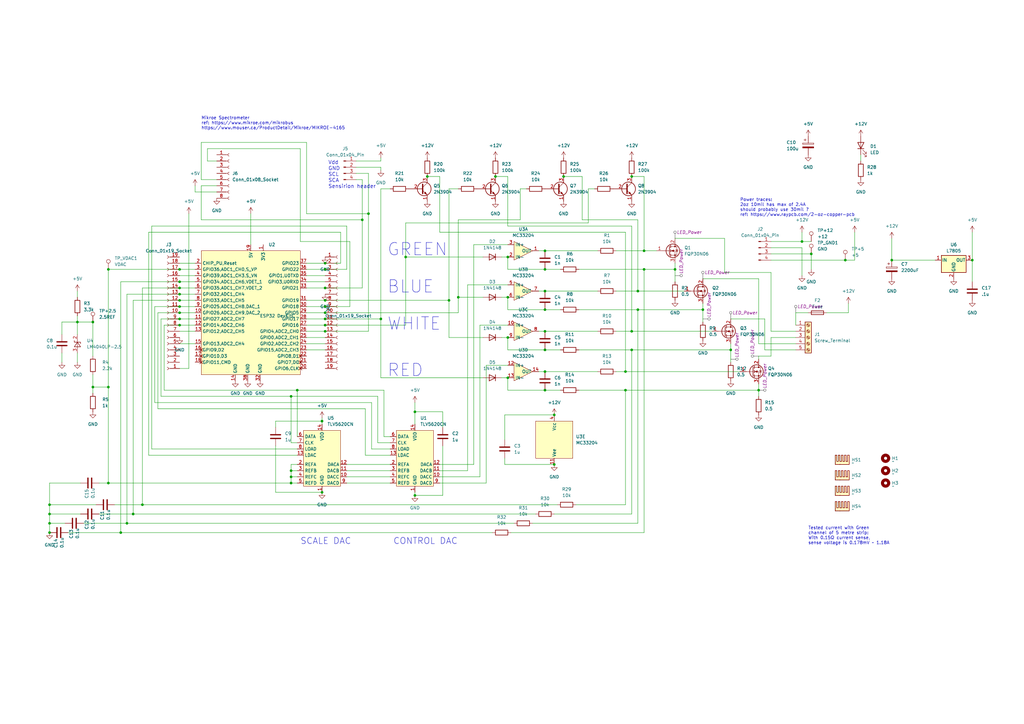
<source format=kicad_sch>
(kicad_sch (version 20230121) (generator eeschema)
  (paper "A3")
  (bus_alias "" (members))
  (junction (at 58.42 207.01))
  (junction (at 44.45 158.75))
  (junction (at 208.28 105.41))
  (junction (at 31.75 132.08))
  (junction (at 398.78 106.68))
  (junction (at 261.62 119.38))
  (junction (at 73.66 118.11))
  (junction (at 73.66 120.65))
  (junction (at 133.35 135.89))
  (junction (at 328.93 99.06))
  (junction (at 227.33 170.18))
  (junction (at 227.33 190.5))
  (junction (at 208.28 138.43))
  (junction (at 73.66 133.35))
  (junction (at 259.08 135.89))
  (junction (at 365.76 106.68))
  (junction (at 119.38 198.12))
  (junction (at 170.18 203.2))
  (junction (at 223.52 143.51))
  (junction (at 223.52 102.87))
  (junction (at 20.32 207.01))
  (junction (at 223.52 110.49))
  (junction (at 133.35 110.49))
  (junction (at 223.52 160.02))
  (junction (at 208.28 154.94))
  (junction (at 299.72 143.51))
  (junction (at 148.59 90.17))
  (junction (at 264.16 102.87))
  (junction (at 54.61 210.82))
  (junction (at 261.62 127))
  (junction (at 132.08 172.72))
  (junction (at 223.52 152.4))
  (junction (at 133.35 123.19))
  (junction (at 166.37 105.41))
  (junction (at 20.32 214.63))
  (junction (at 208.28 121.92))
  (junction (at 73.66 128.27))
  (junction (at 346.71 106.68))
  (junction (at 187.96 121.92))
  (junction (at 44.45 198.12))
  (junction (at 332.74 104.14))
  (junction (at 49.53 218.44))
  (junction (at 133.35 133.35))
  (junction (at 20.32 218.44))
  (junction (at 223.52 119.38))
  (junction (at 156.21 130.81))
  (junction (at 184.15 123.19))
  (junction (at 170.18 168.91))
  (junction (at 121.92 160.02))
  (junction (at 73.66 123.19))
  (junction (at 133.35 125.73))
  (junction (at 288.29 127))
  (junction (at 231.14 72.39))
  (junction (at 44.45 110.49))
  (junction (at 223.52 135.89))
  (junction (at 175.26 72.39))
  (junction (at 73.66 125.73))
  (junction (at 259.08 72.39))
  (junction (at 133.35 128.27))
  (junction (at 73.66 110.49))
  (junction (at 52.07 214.63))
  (junction (at 132.08 201.93))
  (junction (at 20.32 210.82))
  (junction (at 73.66 130.81))
  (junction (at 133.35 130.81))
  (junction (at 119.38 162.56))
  (junction (at 73.66 115.57))
  (junction (at 119.38 193.04))
  (junction (at 203.2 72.39))
  (junction (at 119.38 195.58))
  (junction (at 133.35 107.95))
  (junction (at 264.16 110.49))
  (junction (at 256.54 152.4))
  (junction (at 133.35 118.11))
  (junction (at 259.08 143.51))
  (junction (at 38.1 158.75))
  (junction (at 223.52 127))
  (junction (at 38.1 132.08))
  (junction (at 151.13 87.63))
  (junction (at 311.15 160.02))
  (junction (at 276.86 110.49))
  (junction (at 256.54 160.02))
  (wire (pts (xy 288.29 114.3) (xy 311.15 114.3)))
  (wire (pts (xy 125.73 113.03) (xy 133.35 113.03)))
  (wire (pts (xy 31.75 132.08) (xy 31.75 137.16)))
  (wire (pts (xy 223.52 152.4) (xy 245.11 152.4)))
  (wire (pts (xy 218.44 214.63) (xy 261.62 214.63)))
  (wire (pts (xy 199.39 149.86) (xy 208.28 149.86)))
  (wire (pts (xy 133.35 133.35) (xy 166.37 133.35)))
  (wire (pts (xy 85.09 66.04) (xy 85.09 60.96)))
  (wire (pts (xy 316.23 104.14) (xy 332.74 104.14)))
  (wire (pts (xy 73.66 118.11) (xy 80.01 118.11)))
  (wire (pts (xy 194.31 100.33) (xy 208.28 100.33)))
  (wire (pts (xy 191.77 116.84) (xy 208.28 116.84)))
  (wire (pts (xy 207.01 190.5) (xy 227.33 190.5)))
  (wire (pts (xy 142.24 193.04) (xy 160.02 193.04)))
  (wire (pts (xy 297.18 111.76) (xy 316.23 111.76)))
  (wire (pts (xy 119.38 195.58) (xy 121.92 195.58)))
  (wire (pts (xy 63.5 165.1) (xy 152.4 165.1)))
  (wire (pts (xy 297.18 97.79) (xy 297.18 111.76)))
  (wire (pts (xy 241.3 91.44) (xy 166.37 91.44)))
  (wire (pts (xy 220.98 152.4) (xy 223.52 152.4)))
  (wire (pts (xy 157.48 179.07) (xy 160.02 179.07)))
  (wire (pts (xy 31.75 132.08) (xy 25.4 132.08)))
  (wire (pts (xy 237.49 127) (xy 261.62 127)))
  (wire (pts (xy 398.78 106.68) (xy 398.78 115.57)))
  (wire (pts (xy 73.66 107.95) (xy 80.01 107.95)))
  (wire (pts (xy 256.54 152.4) (xy 303.53 152.4)))
  (wire (pts (xy 119.38 198.12) (xy 121.92 198.12)))
  (wire (pts (xy 227.33 170.18) (xy 207.01 170.18)))
  (wire (pts (xy 276.86 107.95) (xy 276.86 110.49)))
  (wire (pts (xy 146.05 68.58) (xy 156.21 68.58)))
  (wire (pts (xy 143.51 99.06) (xy 143.51 125.73)))
  (wire (pts (xy 238.76 72.39) (xy 238.76 90.17)))
  (wire (pts (xy 170.18 203.2) (xy 181.61 203.2)))
  (wire (pts (xy 73.66 135.89) (xy 80.01 135.89)))
  (wire (pts (xy 154.94 181.61) (xy 160.02 181.61)))
  (wire (pts (xy 208.28 72.39) (xy 208.28 92.71)))
  (wire (pts (xy 125.73 143.51) (xy 133.35 143.51)))
  (wire (pts (xy 252.73 152.4) (xy 256.54 152.4)))
  (wire (pts (xy 142.24 195.58) (xy 160.02 195.58)))
  (wire (pts (xy 133.35 128.27) (xy 187.96 128.27)))
  (wire (pts (xy 119.38 162.56) (xy 154.94 162.56)))
  (wire (pts (xy 34.29 214.63) (xy 52.07 214.63)))
  (wire (pts (xy 20.32 214.63) (xy 26.67 214.63)))
  (wire (pts (xy 220.98 102.87) (xy 223.52 102.87)))
  (wire (pts (xy 156.21 77.47) (xy 156.21 130.81)))
  (wire (pts (xy 208.28 127) (xy 223.52 127)))
  (wire (pts (xy 31.75 119.38) (xy 31.75 121.92)))
  (wire (pts (xy 241.3 77.47) (xy 243.84 77.47)))
  (wire (pts (xy 67.31 160.02) (xy 67.31 133.35)))
  (wire (pts (xy 58.42 207.01) (xy 228.6 207.01)))
  (wire (pts (xy 194.31 190.5) (xy 180.34 190.5)))
  (wire (pts (xy 199.39 149.86) (xy 199.39 198.12)))
  (wire (pts (xy 44.45 198.12) (xy 119.38 198.12)))
  (wire (pts (xy 288.29 124.46) (xy 288.29 127)))
  (wire (pts (xy 152.4 165.1) (xy 152.4 184.15)))
  (wire (pts (xy 205.74 154.94) (xy 208.28 154.94)))
  (wire (pts (xy 119.38 193.04) (xy 119.38 190.5)))
  (wire (pts (xy 156.21 68.58) (xy 156.21 69.85)))
  (wire (pts (xy 184.15 138.43) (xy 198.12 138.43)))
  (wire (pts (xy 256.54 95.25) (xy 256.54 152.4)))
  (wire (pts (xy 44.45 110.49) (xy 73.66 110.49)))
  (wire (pts (xy 208.28 154.94) (xy 208.28 160.02)))
  (wire (pts (xy 38.1 158.75) (xy 38.1 161.29)))
  (wire (pts (xy 241.3 77.47) (xy 241.3 91.44)))
  (wire (pts (xy 123.19 60.96) (xy 123.19 99.06)))
  (wire (pts (xy 339.09 128.27) (xy 347.98 128.27)))
  (wire (pts (xy 256.54 160.02) (xy 311.15 160.02)))
  (wire (pts (xy 58.42 118.11) (xy 58.42 207.01)))
  (wire (pts (xy 73.66 113.03) (xy 80.01 113.03)))
  (wire (pts (xy 85.09 60.96) (xy 123.19 60.96)))
  (wire (pts (xy 133.35 107.95) (xy 139.7 107.95)))
  (wire (pts (xy 125.73 128.27) (xy 133.35 128.27)))
  (wire (pts (xy 151.13 71.12) (xy 151.13 87.63)))
  (wire (pts (xy 316.23 106.68) (xy 346.71 106.68)))
  (wire (pts (xy 149.86 186.69) (xy 160.02 186.69)))
  (wire (pts (xy 125.73 133.35) (xy 133.35 133.35)))
  (wire (pts (xy 199.39 198.12) (xy 180.34 198.12)))
  (wire (pts (xy 223.52 110.49) (xy 229.87 110.49)))
  (wire (pts (xy 121.92 181.61) (xy 119.38 181.61)))
  (wire (pts (xy 203.2 72.39) (xy 208.28 72.39)))
  (wire (pts (xy 187.96 90.17) (xy 213.36 90.17)))
  (wire (pts (xy 151.13 87.63) (xy 151.13 135.89)))
  (wire (pts (xy 166.37 105.41) (xy 198.12 105.41)))
  (wire (pts (xy 227.33 210.82) (xy 259.08 210.82)))
  (wire (pts (xy 311.15 146.05) (xy 316.23 146.05)))
  (wire (pts (xy 132.08 172.72) (xy 132.08 173.99)))
  (wire (pts (xy 149.86 167.64) (xy 149.86 186.69)))
  (wire (pts (xy 194.31 100.33) (xy 194.31 190.5)))
  (wire (pts (xy 123.19 99.06) (xy 143.51 99.06)))
  (wire (pts (xy 82.55 58.42) (xy 82.55 73.66)))
  (wire (pts (xy 332.74 104.14) (xy 332.74 110.49)))
  (wire (pts (xy 133.35 123.19) (xy 184.15 123.19)))
  (wire (pts (xy 58.42 118.11) (xy 73.66 118.11)))
  (wire (pts (xy 299.72 130.81) (xy 313.69 130.81)))
  (wire (pts (xy 252.73 102.87) (xy 264.16 102.87)))
  (wire (pts (xy 223.52 119.38) (xy 245.11 119.38)))
  (wire (pts (xy 113.03 172.72) (xy 132.08 172.72)))
  (wire (pts (xy 73.66 151.13) (xy 77.47 151.13)))
  (wire (pts (xy 80.01 76.2) (xy 80.01 78.74)))
  (wire (pts (xy 73.66 123.19) (xy 80.01 123.19)))
  (wire (pts (xy 46.99 207.01) (xy 58.42 207.01)))
  (wire (pts (xy 353.06 63.5) (xy 353.06 66.04)))
  (wire (pts (xy 326.39 140.97) (xy 311.15 140.97)))
  (wire (pts (xy 66.04 130.81) (xy 66.04 162.56)))
  (wire (pts (xy 125.73 130.81) (xy 133.35 130.81)))
  (wire (pts (xy 20.32 210.82) (xy 33.02 210.82)))
  (wire (pts (xy 196.85 133.35) (xy 208.28 133.35)))
  (wire (pts (xy 142.24 110.49) (xy 142.24 92.71)))
  (wire (pts (xy 207.01 170.18) (xy 207.01 180.34)))
  (wire (pts (xy 326.39 128.27) (xy 326.39 133.35)))
  (wire (pts (xy 64.77 167.64) (xy 64.77 128.27)))
  (wire (pts (xy 170.18 201.93) (xy 170.18 203.2)))
  (wire (pts (xy 223.52 102.87) (xy 245.11 102.87)))
  (wire (pts (xy 82.55 58.42) (xy 125.73 58.42)))
  (wire (pts (xy 44.45 158.75) (xy 44.45 198.12)))
  (wire (pts (xy 156.21 154.94) (xy 198.12 154.94)))
  (wire (pts (xy 311.15 146.05) (xy 311.15 147.32)))
  (wire (pts (xy 148.59 73.66) (xy 148.59 90.17)))
  (wire (pts (xy 66.04 130.81) (xy 73.66 130.81)))
  (wire (pts (xy 191.77 116.84) (xy 191.77 193.04)))
  (wire (pts (xy 64.77 128.27) (xy 73.66 128.27)))
  (wire (pts (xy 73.66 110.49) (xy 80.01 110.49)))
  (wire (pts (xy 121.92 160.02) (xy 157.48 160.02)))
  (wire (pts (xy 365.76 97.79) (xy 365.76 106.68)))
  (wire (pts (xy 73.66 125.73) (xy 80.01 125.73)))
  (wire (pts (xy 39.37 207.01) (xy 20.32 207.01)))
  (wire (pts (xy 208.28 138.43) (xy 208.28 143.51)))
  (wire (pts (xy 88.9 76.2) (xy 82.55 76.2)))
  (wire (pts (xy 328.93 99.06) (xy 332.74 99.06)))
  (wire (pts (xy 205.74 121.92) (xy 208.28 121.92)))
  (wire (pts (xy 121.92 184.15) (xy 62.23 184.15)))
  (wire (pts (xy 181.61 182.88) (xy 181.61 203.2)))
  (wire (pts (xy 125.73 140.97) (xy 133.35 140.97)))
  (wire (pts (xy 73.66 115.57) (xy 80.01 115.57)))
  (wire (pts (xy 181.61 168.91) (xy 181.61 175.26)))
  (wire (pts (xy 62.23 92.71) (xy 62.23 184.15)))
  (wire (pts (xy 316.23 99.06) (xy 328.93 99.06)))
  (wire (pts (xy 259.08 92.71) (xy 259.08 135.89)))
  (wire (pts (xy 219.71 210.82) (xy 54.61 210.82)))
  (wire (pts (xy 119.38 162.56) (xy 119.38 181.61)))
  (wire (pts (xy 299.72 143.51) (xy 299.72 148.59)))
  (wire (pts (xy 119.38 198.12) (xy 119.38 195.58)))
  (wire (pts (xy 316.23 135.89) (xy 326.39 135.89)))
  (wire (pts (xy 187.96 90.17) (xy 187.96 121.92)))
  (wire (pts (xy 213.36 77.47) (xy 213.36 90.17)))
  (wire (pts (xy 67.31 133.35) (xy 73.66 133.35)))
  (wire (pts (xy 113.03 172.72) (xy 113.03 175.26)))
  (wire (pts (xy 88.9 73.66) (xy 82.55 73.66)))
  (wire (pts (xy 31.75 129.54) (xy 31.75 132.08)))
  (wire (pts (xy 142.24 92.71) (xy 62.23 92.71)))
  (wire (pts (xy 208.28 143.51) (xy 223.52 143.51)))
  (wire (pts (xy 208.28 92.71) (xy 259.08 92.71)))
  (wire (pts (xy 20.32 198.12) (xy 20.32 207.01)))
  (wire (pts (xy 236.22 207.01) (xy 256.54 207.01)))
  (wire (pts (xy 350.52 95.25) (xy 350.52 106.68)))
  (wire (pts (xy 299.72 140.97) (xy 299.72 143.51)))
  (wire (pts (xy 66.04 162.56) (xy 119.38 162.56)))
  (wire (pts (xy 148.59 90.17) (xy 148.59 118.11)))
  (wire (pts (xy 133.35 130.81) (xy 156.21 130.81)))
  (wire (pts (xy 175.26 72.39) (xy 180.34 72.39)))
  (wire (pts (xy 156.21 64.77) (xy 156.21 66.04)))
  (wire (pts (xy 264.16 110.49) (xy 276.86 110.49)))
  (wire (pts (xy 82.55 90.17) (xy 148.59 90.17)))
  (wire (pts (xy 44.45 158.75) (xy 44.45 110.49)))
  (wire (pts (xy 49.53 115.57) (xy 49.53 218.44)))
  (wire (pts (xy 184.15 77.47) (xy 184.15 123.19)))
  (wire (pts (xy 125.73 110.49) (xy 133.35 110.49)))
  (wire (pts (xy 238.76 90.17) (xy 261.62 90.17)))
  (wire (pts (xy 264.16 110.49) (xy 264.16 218.44)))
  (wire (pts (xy 316.23 111.76) (xy 316.23 135.89)))
  (wire (pts (xy 223.52 127) (xy 229.87 127)))
  (wire (pts (xy 220.98 119.38) (xy 223.52 119.38)))
  (wire (pts (xy 276.86 97.79) (xy 297.18 97.79)))
  (wire (pts (xy 119.38 193.04) (xy 121.92 193.04)))
  (wire (pts (xy 259.08 143.51) (xy 259.08 210.82)))
  (wire (pts (xy 73.66 130.81) (xy 80.01 130.81)))
  (wire (pts (xy 184.15 123.19) (xy 184.15 138.43)))
  (wire (pts (xy 54.61 123.19) (xy 54.61 210.82)))
  (wire (pts (xy 187.96 121.92) (xy 187.96 128.27)))
  (wire (pts (xy 63.5 125.73) (xy 73.66 125.73)))
  (wire (pts (xy 207.01 187.96) (xy 207.01 190.5)))
  (wire (pts (xy 25.4 132.08) (xy 25.4 137.16)))
  (wire (pts (xy 54.61 123.19) (xy 73.66 123.19)))
  (wire (pts (xy 208.28 121.92) (xy 208.28 127)))
  (wire (pts (xy 20.32 210.82) (xy 20.32 214.63)))
  (wire (pts (xy 142.24 198.12) (xy 160.02 198.12)))
  (wire (pts (xy 252.73 119.38) (xy 261.62 119.38)))
  (wire (pts (xy 64.77 167.64) (xy 149.86 167.64)))
  (wire (pts (xy 326.39 143.51) (xy 313.69 143.51)))
  (wire (pts (xy 132.08 201.93) (xy 113.03 201.93)))
  (wire (pts (xy 82.55 76.2) (xy 82.55 90.17)))
  (wire (pts (xy 154.94 162.56) (xy 154.94 181.61)))
  (wire (pts (xy 208.28 105.41) (xy 208.28 110.49)))
  (wire (pts (xy 125.73 123.19) (xy 133.35 123.19)))
  (wire (pts (xy 63.5 125.73) (xy 63.5 165.1)))
  (wire (pts (xy 88.9 66.04) (xy 85.09 66.04)))
  (wire (pts (xy 259.08 143.51) (xy 299.72 143.51)))
  (wire (pts (xy 205.74 105.41) (xy 208.28 105.41)))
  (wire (pts (xy 121.92 160.02) (xy 121.92 179.07)))
  (wire (pts (xy 156.21 77.47) (xy 160.02 77.47)))
  (wire (pts (xy 125.73 115.57) (xy 133.35 115.57)))
  (wire (pts (xy 256.54 160.02) (xy 256.54 207.01)))
  (wire (pts (xy 133.35 110.49) (xy 142.24 110.49)))
  (wire (pts (xy 33.02 198.12) (xy 20.32 198.12)))
  (wire (pts (xy 80.01 78.74) (xy 88.9 78.74)))
  (wire (pts (xy 146.05 66.04) (xy 156.21 66.04)))
  (wire (pts (xy 264.16 72.39) (xy 264.16 102.87)))
  (wire (pts (xy 316.23 101.6) (xy 328.93 101.6)))
  (wire (pts (xy 132.08 171.45) (xy 132.08 172.72)))
  (wire (pts (xy 31.75 144.78) (xy 31.75 148.59)))
  (wire (pts (xy 125.73 118.11) (xy 133.35 118.11)))
  (wire (pts (xy 77.47 87.63) (xy 77.47 151.13)))
  (wire (pts (xy 31.75 132.08) (xy 38.1 132.08)))
  (wire (pts (xy 152.4 184.15) (xy 160.02 184.15)))
  (wire (pts (xy 311.15 160.02) (xy 311.15 162.56)))
  (wire (pts (xy 205.74 138.43) (xy 208.28 138.43)))
  (wire (pts (xy 60.96 186.69) (xy 121.92 186.69)))
  (wire (pts (xy 38.1 132.08) (xy 38.1 146.05)))
  (wire (pts (xy 383.54 106.68) (xy 365.76 106.68)))
  (wire (pts (xy 210.82 214.63) (xy 52.07 214.63)))
  (wire (pts (xy 261.62 127) (xy 261.62 214.63)))
  (wire (pts (xy 113.03 182.88) (xy 113.03 201.93)))
  (wire (pts (xy 237.49 160.02) (xy 256.54 160.02)))
  (wire (pts (xy 223.52 110.49) (xy 208.28 110.49)))
  (wire (pts (xy 213.36 77.47) (xy 215.9 77.47)))
  (wire (pts (xy 166.37 133.35) (xy 166.37 105.41)))
  (wire (pts (xy 125.73 58.42) (xy 125.73 87.63)))
  (wire (pts (xy 20.32 214.63) (xy 20.32 218.44)))
  (wire (pts (xy 316.23 138.43) (xy 316.23 146.05)))
  (wire (pts (xy 398.78 106.68) (xy 398.78 95.25)))
  (wire (pts (xy 170.18 168.91) (xy 170.18 173.99)))
  (wire (pts (xy 311.15 157.48) (xy 311.15 160.02)))
  (wire (pts (xy 60.96 95.25) (xy 60.96 186.69)))
  (wire (pts (xy 125.73 138.43) (xy 133.35 138.43)))
  (wire (pts (xy 38.1 153.67) (xy 38.1 158.75)))
  (wire (pts (xy 328.93 101.6) (xy 328.93 113.03)))
  (wire (pts (xy 187.96 121.92) (xy 198.12 121.92)))
  (wire (pts (xy 27.94 218.44) (xy 49.53 218.44)))
  (wire (pts (xy 313.69 143.51) (xy 313.69 130.81)))
  (wire (pts (xy 133.35 118.11) (xy 148.59 118.11)))
  (wire (pts (xy 259.08 135.89) (xy 292.1 135.89)))
  (wire (pts (xy 125.73 135.89) (xy 133.35 135.89)))
  (wire (pts (xy 146.05 71.12) (xy 151.13 71.12)))
  (wire (pts (xy 166.37 91.44) (xy 166.37 105.41)))
  (wire (pts (xy 44.45 198.12) (xy 40.64 198.12)))
  (wire (pts (xy 52.07 120.65) (xy 52.07 214.63)))
  (wire (pts (xy 139.7 95.25) (xy 60.96 95.25)))
  (wire (pts (xy 196.85 195.58) (xy 180.34 195.58)))
  (wire (pts (xy 52.07 120.65) (xy 73.66 120.65)))
  (wire (pts (xy 346.71 106.68) (xy 350.52 106.68)))
  (wire (pts (xy 73.66 120.65) (xy 80.01 120.65)))
  (wire (pts (xy 133.35 125.73) (xy 143.51 125.73)))
  (wire (pts (xy 237.49 143.51) (xy 259.08 143.51)))
  (wire (pts (xy 139.7 107.95) (xy 139.7 95.25)))
  (wire (pts (xy 231.14 72.39) (xy 238.76 72.39)))
  (wire (pts (xy 326.39 138.43) (xy 316.23 138.43)))
  (wire (pts (xy 73.66 140.97) (xy 80.01 140.97)))
  (wire (pts (xy 119.38 190.5) (xy 121.92 190.5)))
  (wire (pts (xy 125.73 107.95) (xy 133.35 107.95)))
  (wire (pts (xy 184.15 77.47) (xy 187.96 77.47)))
  (wire (pts (xy 328.93 95.25) (xy 328.93 99.06)))
  (wire (pts (xy 259.08 72.39) (xy 264.16 72.39)))
  (wire (pts (xy 261.62 127) (xy 288.29 127)))
  (wire (pts (xy 142.24 190.5) (xy 160.02 190.5)))
  (wire (pts (xy 67.31 160.02) (xy 121.92 160.02)))
  (wire (pts (xy 264.16 102.87) (xy 269.24 102.87)))
  (wire (pts (xy 119.38 195.58) (xy 119.38 193.04)))
  (wire (pts (xy 311.15 114.3) (xy 311.15 140.97)))
  (wire (pts (xy 288.29 127) (xy 288.29 132.08)))
  (wire (pts (xy 201.93 218.44) (xy 49.53 218.44)))
  (wire (pts (xy 223.52 135.89) (xy 245.11 135.89)))
  (wire (pts (xy 180.34 95.25) (xy 256.54 95.25)))
  (wire (pts (xy 73.66 128.27) (xy 80.01 128.27)))
  (wire (pts (xy 196.85 133.35) (xy 196.85 195.58)))
  (wire (pts (xy 261.62 90.17) (xy 261.62 119.38)))
  (wire (pts (xy 209.55 218.44) (xy 264.16 218.44)))
  (wire (pts (xy 208.28 160.02) (xy 223.52 160.02)))
  (wire (pts (xy 157.48 160.02) (xy 157.48 179.07)))
  (wire (pts (xy 220.98 135.89) (xy 223.52 135.89)))
  (wire (pts (xy 237.49 110.49) (xy 264.16 110.49)))
  (wire (pts (xy 125.73 87.63) (xy 151.13 87.63)))
  (wire (pts (xy 125.73 125.73) (xy 133.35 125.73)))
  (wire (pts (xy 170.18 168.91) (xy 181.61 168.91)))
  (wire (pts (xy 261.62 119.38) (xy 280.67 119.38)))
  (wire (pts (xy 223.52 143.51) (xy 229.87 143.51)))
  (wire (pts (xy 73.66 133.35) (xy 80.01 133.35)))
  (wire (pts (xy 180.34 72.39) (xy 180.34 95.25)))
  (wire (pts (xy 20.32 207.01) (xy 20.32 210.82)))
  (wire (pts (xy 49.53 115.57) (xy 73.66 115.57)))
  (wire (pts (xy 156.21 130.81) (xy 156.21 154.94)))
  (wire (pts (xy 170.18 165.1) (xy 170.18 168.91)))
  (wire (pts (xy 223.52 160.02) (xy 229.87 160.02)))
  (wire (pts (xy 252.73 135.89) (xy 259.08 135.89)))
  (wire (pts (xy 146.05 73.66) (xy 148.59 73.66)))
  (wire (pts (xy 133.35 135.89) (xy 151.13 135.89)))
  (wire (pts (xy 102.87 87.63) (xy 102.87 100.33)))
  (wire (pts (xy 326.39 128.27) (xy 331.47 128.27)))
  (wire (pts (xy 347.98 124.46) (xy 347.98 128.27)))
  (wire (pts (xy 25.4 144.78) (xy 25.4 148.59)))
  (wire (pts (xy 191.77 193.04) (xy 180.34 193.04)))
  (wire (pts (xy 40.64 210.82) (xy 54.61 210.82)))
  (wire (pts (xy 38.1 158.75) (xy 44.45 158.75)))
  (wire (pts (xy 276.86 110.49) (xy 276.86 115.57)))
  (text "Tested current with Green\nchannel of 5 metre strip:\nWith 0.15Ω current sense,\nsense voltage is 0.178mV ~ 1.18A" (at 331.47 223.52 0) (effects (font (size 1.27 1.27)) (justify left bottom)))
  (text "WHITE\n" (at 158.75 135.89 0) (effects (font (size 5.08 5.08)) (justify left bottom)))
  (text "SCALE DAC		" (at 123.19 223.52 0) (effects (font (size 2.54 2.54)) (justify left bottom)))
  (text "BLUE\n" (at 158.75 120.65 0) (effects (font (size 5.08 5.08)) (justify left bottom)))
  (text "CONTROL DAC		" (at 161.29 223.52 0) (effects (font (size 2.54 2.54)) (justify left bottom)))
  (text "GREEN" (at 158.75 105.41 0) (effects (font (size 5.08 5.08)) (justify left bottom)))
  (text "Vdd\nGND\nSCL\nSCA\nSensirion header" (at 134.62 77.47 0) (effects (font (size 1.524 1.524)) (justify left bottom)))
  (text "RED" (at 158.75 154.94 0) (effects (font (size 5.08 5.08)) (justify left bottom)))
  (text "Mikroe Spectrometer\nref: https://www.mikroe.com/mikrobus\nhttps://www.mouser.ca/ProductDetail/Mikroe/MIKROE-4165" (at 82.55 53.34 0) (effects (font (size 1.27 1.27)) (justify left bottom)))
  (text "Power traces: \n2oz 10mil has max of 2.4A\nshould probably use 30mil ?\nref: https://www.raypcb.com/2-oz-copper-pcb" (at 303.53 88.9 0) (effects (font (size 1.27 1.27)) (justify left bottom)))
  (netclass_flag "" (length 2.54) (shape round) (at 311.15 146.05 90) (property "Netclass" "LED_Power" (at 308.61 145.3515 90) (effects (font italic) (justify left))))
  (netclass_flag "" (length 2.54) (shape round) (at 299.72 130.81 0) (property "Netclass" "LED_Power" (at 300.4185 128.27 0) (effects (font italic) (justify left))))
  (netclass_flag "" (length 2.54) (shape round) (at 311.15 160.02 270) (property "Netclass" "LED_Power" (at 313.69 159.3215 90) (effects (font italic) (justify left))))
  (netclass_flag "" (length 2.54) (shape round) (at 276.86 113.03 270) (property "Netclass" "LED_Power" (at 279.4 112.3315 90) (effects (font italic) (justify left))))
  (netclass_flag "" (length 2.54) (shape round) (at 288.29 114.3 0) (property "Netclass" "LED_Power" (at 288.9885 111.76 0) (effects (font italic) (justify left))))
  (netclass_flag "" (length 2.54) (shape round) (at 299.72 147.32 270) (property "Netclass" "LED_Power" (at 302.26 146.6215 90) (effects (font italic) (justify left))))
  (netclass_flag "" (length 2.54) (shape round) (at 288.29 130.81 270) (property "Netclass" "LED_Power" (at 290.83 130.1115 90) (effects (font italic) (justify left))))
  (netclass_flag "" (length 2.54) (shape round) (at 326.39 128.27 0) (property "Netclass" "LED_Power" (at 327.0885 125.73 0) (effects (font italic) (justify left))))
  (netclass_flag "" (length 2.54) (shape round) (at 276.86 97.79 0) (property "Netclass" "LED_Power" (at 277.5585 95.25 0) (effects (font italic) (justify left))))
  (symbol (lib_id "power:+12V") (at 227.33 170.18 0) (unit 1)
    (property "Reference" "#PWR016" (effects hide))
    (property "Value" "+12V" (at 227.33 165.1 0))
  )
  (symbol (lib_id "Device:C") (at 25.4 140.97 0) (unit 1)
    (property "Reference" "C8" (at 19.05 139.7 0) (effects (justify left)))
    (property "Value" "0.1u" (at 19.05 142.24 0) (effects (justify left)))
    (property "Footprint" "Capacitor_THT:C_Disc_D5.0mm_W2.5mm_P2.50mm" (effects hide))
  )
  (symbol (lib_id "power:GND") (at 175.26 82.55 0) (unit 1)
    (property "Reference" "#PWR025" (effects hide))
    (property "Value" "GND" (at 175.26 87.63 0))
  )
  (symbol (lib_id "Device:R") (at 231.14 68.58 180) (unit 1)
    (property "Reference" "R25" (at 233.68 67.31 0) (effects (justify right)))
    (property "Value" "100k" (at 233.68 69.85 0) (effects (justify right)))
    (property "Footprint" "Resistor_THT:R_Axial_DIN0204_L3.6mm_D1.6mm_P7.62mm_Horizontal" (effects hide))
  )
  (symbol (lib_id "Device:C") (at 30.48 214.63 90) (unit 1)
    (property "Reference" "C13" (at 29.21 220.98 0) (effects (justify left)))
    (property "Value" "0.1u" (at 31.75 220.98 0) (effects (justify left)))
    (property "Footprint" "Capacitor_THT:C_Disc_D5.0mm_W2.5mm_P2.50mm" (effects hide))
  )
  (symbol (lib_id "power:+12V") (at 347.98 124.46 0) (unit 1)
    (property "Reference" "#PWR043" (effects hide))
    (property "Value" "+12V" (at 347.98 119.38 0))
  )
  (symbol (lib_id "Device:R") (at 248.92 135.89 90) (unit 1)
    (property "Reference" "R10" (at 248.92 129.54 90))
    (property "Value" "10k" (at 248.92 132.08 90))
    (property "Footprint" "Resistor_THT:R_Axial_DIN0204_L3.6mm_D1.6mm_P7.62mm_Horizontal" (effects hide))
  )
  (symbol (lib_id "Amplifier_Operational_Onsemi:MC33204_units") (at 213.36 102.87 0) (unit 1)
    (property "Reference" "U3" (at 214.63 93.98 0))
    (property "Value" "MC33204" (at 214.63 96.52 0))
    (property "Footprint" "Package_DIP:DIP-14_W7.62mm_Socket" (effects hide))
  )
  (symbol (lib_id "power:GND") (at 288.29 139.7 0) (unit 1)
    (property "Reference" "#PWR012" (effects hide))
    (property "Value" "GND" (at 288.29 144.78 0))
  )
  (symbol (lib_id "Device:R") (at 214.63 214.63 90) (unit 1)
    (property "Reference" "R31" (at 214.63 208.28 90))
    (property "Value" "10k" (at 214.63 210.82 90))
    (property "Footprint" "Resistor_THT:R_Axial_DIN0204_L3.6mm_D1.6mm_P7.62mm_Horizontal" (effects hide))
  )
  (symbol (lib_id "Amplifier_Operational_Onsemi:MC33204_units") (at 214.63 152.4 0) (unit 4)
    (property "Reference" "U3" (at 214.63 143.51 0))
    (property "Value" "MC33204" (at 214.63 146.05 0))
    (property "Footprint" "Package_DIP:DIP-14_W7.62mm_Socket" (effects hide))
  )
  (symbol (lib_id "Device:R") (at 205.74 218.44 90) (unit 1)
    (property "Reference" "R32" (at 205.74 212.09 90))
    (property "Value" "10k" (at 205.74 214.63 90))
    (property "Footprint" "Resistor_THT:R_Axial_DIN0204_L3.6mm_D1.6mm_P7.62mm_Horizontal" (effects hide))
  )
  (symbol (lib_id "Amplifier_Operational_Onsemi:MC33204_units") (at 213.36 119.38 0) (unit 2)
    (property "Reference" "U3" (at 214.63 110.49 0))
    (property "Value" "MC33204" (at 214.63 113.03 0))
    (property "Footprint" "Package_DIP:DIP-14_W7.62mm_Socket" (effects hide))
  )
  (symbol (lib_id "Device:R") (at 31.75 125.73 0) (unit 1)
    (property "Reference" "R3" (at 34.29 124.46 0) (effects (justify left)))
    (property "Value" "3.3k" (at 34.29 127 0) (effects (justify left)))
    (property "Footprint" "Resistor_THT:R_Axial_DIN0204_L3.6mm_D1.6mm_P7.62mm_Horizontal" (effects hide))
  )
  (symbol (lib_id "power:GND") (at 259.08 82.55 0) (unit 1)
    (property "Reference" "#PWR031" (effects hide))
    (property "Value" "GND" (at 259.08 87.63 0))
  )
  (symbol (lib_id "Diode:1N4148") (at 201.93 138.43 180) (unit 1)
    (property "Reference" "D4" (at 201.93 132.08 0))
    (property "Value" "1N4148" (at 201.93 134.62 0))
    (property "Footprint" "Diode_THT:D_DO-35_SOD27_P7.62mm_Horizontal" (effects hide))
    (property "Datasheet" "https://assets.nexperia.com/documents/data-sheet/1N4148_1N4448.pdf" (effects hide))
    (property "Sim.Device" "D" (effects hide))
    (property "Sim.Pins" "1=K 2=A" (effects hide))
  )
  (symbol (lib_id "Mechanical:Heatsink") (at 345.44 203.2 0) (unit 1)
    (property "Reference" "HS3" (at 349.25 201.295 0) (effects (justify left)))
    (property "Value" "~" (at 349.25 202.565 0) (effects (justify left)))
    (property "Footprint" "Heatsink:Max47 heatsink" (effects hide))
  )
  (symbol (lib_id "power:+12V") (at 353.06 55.88 0) (unit 1)
    (property "Reference" "#PWR035" (effects hide))
    (property "Value" "+12V" (at 353.06 50.8 0))
  )
  (symbol (lib_id "Device:C") (at 36.83 210.82 90) (unit 1)
    (property "Reference" "C12" (at 35.56 217.17 0) (effects (justify left)))
    (property "Value" "0.1u" (at 38.1 217.17 0) (effects (justify left)))
    (property "Footprint" "Capacitor_THT:C_Disc_D5.0mm_W2.5mm_P2.50mm" (effects hide))
  )
  (symbol (lib_id "Device:C") (at 223.52 156.21 0) (unit 1)
    (property "Reference" "C6" (at 227.33 154.94 0) (effects (justify left)))
    (property "Value" "1n" (at 227.33 157.48 0) (effects (justify left)))
    (property "Footprint" "Capacitor_THT:C_Disc_D5.0mm_W2.5mm_P2.50mm" (effects hide))
  )
  (symbol (lib_id "power:GND") (at 133.35 105.41 0) (unit 1)
    (property "Reference" "#PWR041" (effects hide))
    (property "Value" "GND" (at 133.35 110.49 0))
  )
  (symbol (lib_id "Device:R") (at 38.1 149.86 0) (unit 1)
    (property "Reference" "R4" (at 41.91 148.59 0) (effects (justify left)))
    (property "Value" "2.2k" (at 41.91 151.13 0) (effects (justify left)))
    (property "Footprint" "Resistor_THT:R_Axial_DIN0204_L3.6mm_D1.6mm_P7.62mm_Horizontal" (effects hide))
  )
  (symbol (lib_id "power:GND") (at 170.18 203.2 0) (unit 1)
    (property "Reference" "#PWR08" (effects hide))
    (property "Value" "GND" (at 170.18 208.28 0))
  )
  (symbol (lib_id "power:+12V") (at 231.14 64.77 0) (unit 1)
    (property "Reference" "#PWR028" (effects hide))
    (property "Value" "+12V" (at 231.14 59.69 0))
  )
  (symbol (lib_id "Device:C") (at 113.03 179.07 0) (unit 1)
    (property "Reference" "C9" (at 116.84 177.8 0) (effects (justify left)))
    (property "Value" "1u" (at 116.84 180.34 0) (effects (justify left)))
    (property "Footprint" "Capacitor_THT:C_Disc_D5.0mm_W2.5mm_P2.50mm" (effects hide))
  )
  (symbol (lib_id "power:+5V") (at 156.21 64.77 0) (unit 1)
    (property "Reference" "#PWR032" (effects hide))
    (property "Value" "+5V" (at 156.21 59.69 0))
  )
  (symbol (lib_id "Device:Q_NMOS_GDS") (at 274.32 102.87 0) (unit 1)
    (property "Reference" "Q1" (at 280.67 101.6 0) (effects (justify left)))
    (property "Value" "FQP30N06" (at 280.67 104.14 0) (effects (justify left)))
    (property "Footprint" "Package_TO_SOT_THT:TO-220-3_Vertical" (effects hide))
  )
  (symbol (lib_id "Mechanical:Heatsink") (at 345.44 196.85 0) (unit 1)
    (property "Reference" "HS2" (at 349.25 194.945 0) (effects (justify left)))
    (property "Value" "~" (at 349.25 196.215 0) (effects (justify left)))
    (property "Footprint" "Heatsink:Max47 heatsink" (effects hide))
  )
  (symbol (lib_id "Mechanical:Heatsink") (at 345.44 190.5 0) (unit 1)
    (property "Reference" "HS1" (at 349.25 188.595 0) (effects (justify left)))
    (property "Value" "~" (at 349.25 189.865 0) (effects (justify left)))
    (property "Footprint" "Heatsink:Max47 heatsink" (effects hide))
  )
  (symbol (lib_id "Device:R") (at 233.68 143.51 90) (unit 1)
    (property "Reference" "R11" (at 233.68 137.16 90))
    (property "Value" "10k" (at 233.68 139.7 90))
    (property "Footprint" "Resistor_THT:R_Axial_DIN0204_L3.6mm_D1.6mm_P7.62mm_Horizontal" (effects hide))
  )
  (symbol (lib_id "power:GND") (at 203.2 82.55 0) (unit 1)
    (property "Reference" "#PWR027" (effects hide))
    (property "Value" "GND" (at 203.2 87.63 0))
  )
  (symbol (lib_id "power:GND") (at 276.86 123.19 0) (unit 1)
    (property "Reference" "#PWR010" (effects hide))
    (property "Value" "GND" (at 276.86 128.27 0))
  )
  (symbol (lib_id "power:+5V") (at 77.47 87.63 0) (unit 1)
    (property "Reference" "#PWR038" (effects hide))
    (property "Value" "+5V" (at 77.47 82.55 0))
  )
  (symbol (lib_id "power:GND") (at 88.9 81.28 0) (unit 1)
    (property "Reference" "#PWR048" (effects hide))
    (property "Value" "GND" (at 88.9 86.36 0))
  )
  (symbol (lib_id "power:GND") (at 332.74 110.49 0) (unit 1)
    (property "Reference" "#PWR01" (effects hide))
    (property "Value" "GND" (at 332.74 115.57 0))
  )
  (symbol (lib_id "Device:Q_NMOS_GDS") (at 285.75 119.38 0) (unit 1)
    (property "Reference" "Q2" (at 292.1 118.11 0) (effects (justify left)))
    (property "Value" "FQP30N06" (at 292.1 120.65 0) (effects (justify left)))
    (property "Footprint" "Package_TO_SOT_THT:TO-220-3_Vertical" (effects hide))
  )
  (symbol (lib_id "Connector:Conn_01x04_Pin") (at 311.15 101.6 0) (unit 1)
    (property "Reference" "J2" (at 311.785 93.98 0))
    (property "Value" "Conn_01x04_Pin" (at 311.785 96.52 0))
    (property "Footprint" "Connector_TE_Custom:641737-1_TYC" (effects hide))
  )
  (symbol (lib_id "Device:C_Polarized") (at 331.47 59.69 0) (unit 1)
    (property "Reference" "C10" (at 322.58 58.42 0) (effects (justify left)))
    (property "Value" "100u" (at 322.58 60.96 0) (effects (justify left)))
    (property "Footprint" "Capacitor_THT:CP_Radial_D6.3mm_P2.50mm" (effects hide))
  )
  (symbol (lib_id "power:GND") (at 365.76 114.3 0) (unit 1)
    (property "Reference" "#PWR022" (effects hide))
    (property "Value" "GND" (at 365.76 119.38 0))
  )
  (symbol (lib_id "power:+5V") (at 102.87 87.63 0) (unit 1)
    (property "Reference" "#PWR02" (effects hide))
    (property "Value" "+5V" (at 102.87 82.55 0))
  )
  (symbol (lib_id "Device:R") (at 248.92 102.87 90) (unit 1)
    (property "Reference" "R1" (at 248.92 96.52 90))
    (property "Value" "10k" (at 248.92 99.06 90))
    (property "Footprint" "Resistor_THT:R_Axial_DIN0204_L3.6mm_D1.6mm_P7.62mm_Horizontal" (effects hide))
  )
  (symbol (lib_id "power:GND") (at 391.16 114.3 0) (unit 1)
    (property "Reference" "#PWR045" (effects hide))
    (property "Value" "GND" (at 391.16 119.38 0))
  )
  (symbol (lib_id "Device:C") (at 398.78 119.38 0) (unit 1)
    (property "Reference" "C17" (at 402.59 118.11 0) (effects (justify left)))
    (property "Value" ".1u" (at 402.59 120.65 0) (effects (justify left)))
    (property "Footprint" "Capacitor_THT:C_Disc_D5.0mm_W2.5mm_P2.50mm" (effects hide))
  )
  (symbol (lib_id "Device:C") (at 223.52 139.7 0) (unit 1)
    (property "Reference" "C5" (at 227.33 138.43 0) (effects (justify left)))
    (property "Value" "1n" (at 227.33 140.97 0) (effects (justify left)))
    (property "Footprint" "Capacitor_THT:C_Disc_D5.0mm_W2.5mm_P2.50mm" (effects hide))
  )
  (symbol (lib_id "Device:Q_NMOS_GDS") (at 297.18 135.89 0) (unit 1)
    (property "Reference" "Q3" (at 303.53 134.62 0) (effects (justify left)))
    (property "Value" "FQP30N06" (at 303.53 137.16 0) (effects (justify left)))
    (property "Footprint" "Package_TO_SOT_THT:TO-220-3_Vertical" (effects hide))
  )
  (symbol (lib_id "Transistor_BJT:2N3904") (at 228.6 77.47 0) (unit 1)
    (property "Reference" "Q7" (at 233.68 76.2 0) (effects (justify left)))
    (property "Value" "2N3904" (at 233.68 78.74 0) (effects (justify left)))
    (property "Footprint" "Package_TO_SOT_THT:TO-92_Inline_Wide" (effects hide))
    (property "Datasheet" "https://www.onsemi.com/pub/Collateral/2N3903-D.PDF" (effects hide))
  )
  (symbol (lib_id "power:GND") (at 106.68 156.21 0) (unit 1)
    (property "Reference" "#PWR037" (effects hide))
    (property "Value" "GND" (at 106.68 161.29 0))
  )
  (symbol (lib_id "Device:R") (at 247.65 77.47 90) (unit 1)
    (property "Reference" "R26" (at 247.65 71.12 90))
    (property "Value" "10k" (at 247.65 73.66 90))
    (property "Footprint" "Resistor_THT:R_Axial_DIN0204_L3.6mm_D1.6mm_P7.62mm_Horizontal" (effects hide))
  )
  (symbol (lib_id "power:GND") (at 25.4 148.59 0) (unit 1)
    (property "Reference" "#PWR019" (effects hide))
    (property "Value" "GND" (at 25.4 153.67 0))
  )
  (symbol (lib_id "power:+12V") (at 259.08 64.77 0) (unit 1)
    (property "Reference" "#PWR030" (effects hide))
    (property "Value" "+12V" (at 259.08 59.69 0))
  )
  (symbol (lib_id "power:GND") (at 133.35 120.65 0) (unit 1)
    (property "Reference" "#PWR040" (effects hide))
    (property "Value" "GND" (at 133.35 125.73 0))
  )
  (symbol (lib_id "power:GND") (at 20.32 218.44 0) (unit 1)
    (property "Reference" "#PWR042" (effects hide))
    (property "Value" "GND" (at 20.32 223.52 0))
  )
  (symbol (lib_id "Device:R") (at 38.1 165.1 0) (unit 1)
    (property "Reference" "R5" (at 41.91 163.83 0) (effects (justify left)))
    (property "Value" "1k" (at 41.91 166.37 0) (effects (justify left)))
    (property "Footprint" "Resistor_THT:R_Axial_DIN0207_L6.3mm_D2.5mm_P10.16mm_Horizontal" (effects hide))
  )
  (symbol (lib_id "Analog_DAC_TI:TLV5620CN") (at 170.18 187.96 0) (unit 1)
    (property "Reference" "U1" (at 172.3741 171.45 0) (effects (justify left)))
    (property "Value" "TLV5620CN" (at 172.3741 173.99 0) (effects (justify left)))
    (property "Footprint" "Package_DIP:DIP-14_W7.62mm_Socket" (effects hide))
  )
  (symbol (lib_id "Device:C") (at 36.83 198.12 90) (unit 1)
    (property "Reference" "C15" (at 35.56 204.47 0) (effects (justify left)))
    (property "Value" "0.1u" (at 38.1 204.47 0) (effects (justify left)))
    (property "Footprint" "Capacitor_THT:C_Disc_D5.0mm_W2.5mm_P2.50mm" (effects hide))
  )
  (symbol (lib_id "power:GND") (at 31.75 148.59 0) (unit 1)
    (property "Reference" "#PWR06" (effects hide))
    (property "Value" "GND" (at 31.75 153.67 0))
  )
  (symbol (lib_id "Connector:Conn_01x08_Socket") (at 93.98 71.12 0) (unit 1)
    (property "Reference" "J6" (at 95.25 71.12 0) (effects (justify left)))
    (property "Value" "Conn_01x08_Socket" (at 95.25 73.66 0) (effects (justify left)))
    (property "Footprint" "Connector_PinSocket_2.54mm:PinSocket_1x08_P2.54mm_Vertical" (effects hide))
  )
  (symbol (lib_id "Connector:Conn_01x04_Pin") (at 140.97 68.58 0) (unit 1)
    (property "Reference" "J5" (at 141.605 60.96 0))
    (property "Value" "Conn_01x04_Pin" (at 141.605 63.5 0))
    (property "Footprint" "Connector_PinSocket_2.54mm:PinSocket_1x04_P2.54mm_Vertical" (effects hide))
  )
  (symbol (lib_id "Transistor_BJT:2N3904") (at 256.54 77.47 0) (unit 1)
    (property "Reference" "Q8" (at 261.62 76.2 0) (effects (justify left)))
    (property "Value" "2N3904" (at 261.62 78.74 0) (effects (justify left)))
    (property "Footprint" "Package_TO_SOT_THT:TO-92_Inline_Wide" (effects hide))
    (property "Datasheet" "https://www.onsemi.com/pub/Collateral/2N3903-D.PDF" (effects hide))
  )
  (symbol (lib_id "Device:R") (at 203.2 68.58 180) (unit 1)
    (property "Reference" "R23" (at 205.74 67.31 0) (effects (justify right)))
    (property "Value" "100k" (at 205.74 69.85 0) (effects (justify right)))
    (property "Footprint" "Resistor_THT:R_Axial_DIN0204_L3.6mm_D1.6mm_P7.62mm_Horizontal" (effects hide))
  )
  (symbol (lib_id "Mechanical:MountingHole") (at 363.22 187.96 0) (unit 1)
    (property "Reference" "H1" (at 365.76 187.96 0) (effects (justify left)))
    (property "Value" "~" (at 365.76 189.23 0) (effects (justify left)))
    (property "Footprint" "MountingHole:MountingHole_3.2mm_M3" (effects hide))
  )
  (symbol (lib_id "Device:C_Polarized") (at 365.76 110.49 0) (unit 1)
    (property "Reference" "C7" (at 369.57 108.331 0) (effects (justify left)))
    (property "Value" "2200uF" (at 369.57 110.871 0) (effects (justify left)))
    (property "Footprint" "Capacitor_THT:CP_Radial_D13.0mm_P5.00mm" (effects hide))
  )
  (symbol (lib_id "power:GND") (at 353.06 73.66 0) (unit 1)
    (property "Reference" "#PWR044" (effects hide))
    (property "Value" "GND" (at 353.06 78.74 0))
  )
  (symbol (lib_id "power:+5V") (at 31.75 119.38 0) (unit 1)
    (property "Reference" "#PWR05" (effects hide))
    (property "Value" "+5V" (at 31.75 114.3 0))
  )
  (symbol (lib_id "power:+12V") (at 328.93 95.25 0) (unit 1)
    (property "Reference" "#PWR09" (effects hide))
    (property "Value" "+12V" (at 328.93 90.17 0))
  )
  (symbol (lib_id "power:GND") (at 38.1 168.91 0) (unit 1)
    (property "Reference" "#PWR07" (effects hide))
    (property "Value" "GND" (at 38.1 173.99 0))
  )
  (symbol (lib_id "Connector:TestPoint") (at 332.74 99.06 0) (unit 1)
    (property "Reference" "TP+12" (at 335.28 94.488 0) (effects (justify left)))
    (property "Value" "+12" (at 335.28 97.028 0) (effects (justify left)))
    (property "Footprint" "TestPoint:TestPoint_THTPad_2.5x2.5mm_Drill1.2mm" (effects hide))
  )
  (symbol (lib_id "Connector:TestPoint") (at 346.71 106.68 0) (unit 1)
    (property "Reference" "TP+5" (at 349.25 102.108 0) (effects (justify left)))
    (property "Value" "+5" (at 349.25 104.648 0) (effects (justify left)))
    (property "Footprint" "TestPoint:TestPoint_THTPad_2.5x2.5mm_Drill1.2mm" (effects hide))
  )
  (symbol (lib_id "Device:R") (at 276.86 119.38 0) (unit 1)
    (property "Reference" "R2" (at 279.4 118.11 0) (effects (justify left)))
    (property "Value" "0.5" (at 279.4 120.65 0) (effects (justify left)))
    (property "Footprint" "Resistor_THT:R_Axial_DIN0414_L11.9mm_D4.5mm_P5.08mm_Vertical" (effects hide))
  )
  (symbol (lib_id "Device:C") (at 223.52 123.19 0) (unit 1)
    (property "Reference" "C4" (at 227.33 121.92 0) (effects (justify left)))
    (property "Value" "1n" (at 227.33 124.46 0) (effects (justify left)))
    (property "Footprint" "Capacitor_THT:C_Disc_D5.0mm_W2.5mm_P2.50mm" (effects hide))
  )
  (symbol (lib_id "Diode:1N4148") (at 201.93 154.94 180) (unit 1)
    (property "Reference" "D5" (at 201.93 148.59 0))
    (property "Value" "1N4148" (at 201.93 151.13 0))
    (property "Footprint" "Diode_THT:D_DO-35_SOD27_P7.62mm_Horizontal" (effects hide))
    (property "Datasheet" "https://assets.nexperia.com/documents/data-sheet/1N4148_1N4448.pdf" (effects hide))
    (property "Sim.Device" "D" (effects hide))
    (property "Sim.Pins" "1=K 2=A" (effects hide))
  )
  (symbol (lib_id "Amplifier_Operational_Onsemi:MC33204_units") (at 227.33 180.34 0) (unit 5)
    (property "Reference" "U3" (at 236.22 179.07 0) (effects (justify left)))
    (property "Value" "MC33204" (at 236.22 181.61 0) (effects (justify left)))
    (property "Footprint" "Package_DIP:DIP-14_W7.62mm_Socket" (effects hide))
  )
  (symbol (lib_id "Device:C") (at 24.13 218.44 90) (unit 1)
    (property "Reference" "C14" (at 22.86 224.79 0) (effects (justify left)))
    (property "Value" "0.1u" (at 25.4 224.79 0) (effects (justify left)))
    (property "Footprint" "Capacitor_THT:C_Disc_D5.0mm_W2.5mm_P2.50mm" (effects hide))
  )
  (symbol (lib_id "Device:R") (at 163.83 77.47 90) (unit 1)
    (property "Reference" "R21" (at 163.83 71.12 90))
    (property "Value" "10k" (at 163.83 73.66 90))
    (property "Footprint" "Resistor_THT:R_Axial_DIN0204_L3.6mm_D1.6mm_P7.62mm_Horizontal" (effects hide))
  )
  (symbol (lib_id "Device:R") (at 223.52 210.82 90) (unit 1)
    (property "Reference" "R30" (at 223.52 204.47 90))
    (property "Value" "10k" (at 223.52 207.01 90))
    (property "Footprint" "Resistor_THT:R_Axial_DIN0204_L3.6mm_D1.6mm_P7.62mm_Horizontal" (effects hide))
  )
  (symbol (lib_id "power:+5V") (at 331.47 55.88 0) (unit 1)
    (property "Reference" "#PWR020" (effects hide))
    (property "Value" "+5V" (at 331.47 50.8 0))
  )
  (symbol (lib_id "power:GND") (at 96.52 156.21 0) (unit 1)
    (property "Reference" "#PWR03" (effects hide))
    (property "Value" "GND" (at 96.52 161.29 0))
  )
  (symbol (lib_id "power:+12V") (at 175.26 64.77 0) (unit 1)
    (property "Reference" "#PWR024" (effects hide))
    (property "Value" "+12V" (at 175.26 59.69 0))
  )
  (symbol (lib_id "power:GND") (at 73.66 138.43 0) (unit 1)
    (property "Reference" "#PWR039" (effects hide))
    (property "Value" "GND" (at 73.66 143.51 0))
  )
  (symbol (lib_id "Device:Q_NMOS_GDS") (at 308.61 152.4 0) (unit 1)
    (property "Reference" "Q4" (at 314.96 151.13 0) (effects (justify left)))
    (property "Value" "FQP30N06" (at 314.96 153.67 0) (effects (justify left)))
    (property "Footprint" "Package_TO_SOT_THT:TO-220-3_Vertical" (effects hide))
  )
  (symbol (lib_id "Device:R") (at 248.92 119.38 90) (unit 1)
    (property "Reference" "R7" (at 248.92 113.03 90))
    (property "Value" "10k" (at 248.92 115.57 90))
    (property "Footprint" "Resistor_THT:R_Axial_DIN0204_L3.6mm_D1.6mm_P7.62mm_Horizontal" (effects hide))
  )
  (symbol (lib_id "Device:R") (at 353.06 69.85 0) (unit 1)
    (property "Reference" "R28" (at 355.6 68.58 0) (effects (justify left)))
    (property "Value" "1k" (at 355.6 71.12 0) (effects (justify left)))
    (property "Footprint" "Resistor_THT:R_Axial_DIN0204_L3.6mm_D1.6mm_P7.62mm_Horizontal" (effects hide))
  )
  (symbol (lib_id "power:+12V") (at 203.2 64.77 0) (unit 1)
    (property "Reference" "#PWR026" (effects hide))
    (property "Value" "+12V" (at 203.2 59.69 0))
  )
  (symbol (lib_id "power:+5V") (at 398.78 95.25 0) (unit 1)
    (property "Reference" "#PWR047" (effects hide))
    (property "Value" "+5V" (at 398.78 90.17 0))
  )
  (symbol (lib_id "Reference_Voltage:LM4040LP-2.5") (at 31.75 140.97 90) (unit 1)
    (property "Reference" "U4" (at 35.56 139.7 90) (effects (justify right)))
    (property "Value" "LM4040LP-2.5" (at 35.56 142.24 90) (effects (justify right)))
    (property "Footprint" "Package_TO_SOT_THT:TO-92_Inline_Wide" (effects hide))
    (property "Datasheet" "http://www.ti.com/lit/ds/symlink/lm4040-n.pdf" (effects hide))
  )
  (symbol (lib_id "Diode:1N4148") (at 201.93 121.92 180) (unit 1)
    (property "Reference" "D3" (at 201.93 115.57 0))
    (property "Value" "1N4148" (at 201.93 118.11 0))
    (property "Footprint" "Diode_THT:D_DO-35_SOD27_P7.62mm_Horizontal" (effects hide))
    (property "Datasheet" "https://assets.nexperia.com/documents/data-sheet/1N4148_1N4448.pdf" (effects hide))
    (property "Sim.Device" "D" (effects hide))
    (property "Sim.Pins" "1=K 2=A" (effects hide))
  )
  (symbol (lib_id "power:+12V") (at 365.76 97.79 0) (unit 1)
    (property "Reference" "#PWR046" (effects hide))
    (property "Value" "+12V" (at 365.76 92.71 0))
  )
  (symbol (lib_id "Connector:Conn_01x19_Socket") (at 138.43 128.27 0) (unit 1)
    (property "Reference" "J4" (at 133.35 127 0) (effects (justify left)))
    (property "Value" "Conn_01x19_Socket" (at 133.35 129.54 0) (effects (justify left)))
    (property "Footprint" "Connector_PinSocket_2.54mm:PinSocket_1x19_P2.54mm_Vertical" (effects hide))
  )
  (symbol (lib_id "Device:R") (at 299.72 152.4 0) (unit 1)
    (property "Reference" "R12" (at 302.26 151.13 0) (effects (justify left)))
    (property "Value" "0.5" (at 302.26 153.67 0) (effects (justify left)))
    (property "Footprint" "Resistor_THT:R_Axial_DIN0414_L11.9mm_D4.5mm_P5.08mm_Vertical" (effects hide))
  )
  (symbol (lib_id "power:GND") (at 311.15 170.18 0) (unit 1)
    (property "Reference" "#PWR034" (effects hide))
    (property "Value" "GND" (at 311.15 175.26 0))
  )
  (symbol (lib_id "Device:LED") (at 353.06 59.69 90) (unit 1)
    (property "Reference" "D1" (at 356.87 60.0075 90) (effects (justify right)))
    (property "Value" "LED" (at 356.87 62.5475 90) (effects (justify right)))
    (property "Footprint" "LED_THT:LED_D3.0mm" (effects hide))
  )
  (symbol (lib_id "Connector:TestPoint") (at 44.45 110.49 0) (unit 1)
    (property "Reference" "TP_VDAC1" (at 46.99 105.918 0) (effects (justify left)))
    (property "Value" "VDAC" (at 46.99 108.458 0) (effects (justify left)))
    (property "Footprint" "TestPoint:TestPoint_THTPad_2.5x2.5mm_Drill1.2mm" (effects hide))
  )
  (symbol (lib_id "Device:R") (at 219.71 77.47 90) (unit 1)
    (property "Reference" "R24" (at 219.71 71.12 90))
    (property "Value" "10k" (at 219.71 73.66 90))
    (property "Footprint" "Resistor_THT:R_Axial_DIN0204_L3.6mm_D1.6mm_P7.62mm_Horizontal" (effects hide))
  )
  (symbol (lib_id "power:GND") (at 101.6 156.21 0) (unit 1)
    (property "Reference" "#PWR036" (effects hide))
    (property "Value" "GND" (at 101.6 161.29 0))
  )
  (symbol (lib_id "power:+5V") (at 80.01 76.2 0) (unit 1)
    (property "Reference" "#PWR021" (effects hide))
    (property "Value" "+5V" (at 80.01 71.12 0))
  )
  (symbol (lib_id "Device:C") (at 207.01 184.15 0) (unit 1)
    (property "Reference" "C3" (at 210.82 182.88 0) (effects (justify left)))
    (property "Value" "1u" (at 210.82 185.42 0) (effects (justify left)))
    (property "Footprint" "Capacitor_THT:C_Disc_D5.0mm_W2.5mm_P2.50mm" (effects hide))
  )
  (symbol (lib_id "Device:R") (at 175.26 68.58 180) (unit 1)
    (property "Reference" "R20" (at 177.8 67.31 0) (effects (justify right)))
    (property "Value" "100k" (at 177.8 69.85 0) (effects (justify right)))
    (property "Footprint" "Resistor_THT:R_Axial_DIN0204_L3.6mm_D1.6mm_P7.62mm_Horizontal" (effects hide))
  )
  (symbol (lib_id "Diode:1N4148") (at 201.93 105.41 180) (unit 1)
    (property "Reference" "D2" (at 201.93 99.06 0))
    (property "Value" "1N4148" (at 201.93 101.6 0))
    (property "Footprint" "Diode_THT:D_DO-35_SOD27_P7.62mm_Horizontal" (effects hide))
    (property "Datasheet" "https://assets.nexperia.com/documents/data-sheet/1N4148_1N4448.pdf" (effects hide))
    (property "Sim.Device" "D" (effects hide))
    (property "Sim.Pins" "1=K 2=A" (effects hide))
  )
  (symbol (lib_id "Device:Fuse") (at 335.28 128.27 90) (unit 1)
    (property "Reference" "F2" (at 335.28 123.19 90))
    (property "Value" "Fuse" (at 335.28 125.73 90))
    (property "Footprint" "Fuse:01530008" (effects hide))
  )
  (symbol (lib_id "power:GND") (at 398.78 123.19 0) (unit 1)
    (property "Reference" "#PWR049" (effects hide))
    (property "Value" "GND" (at 398.78 128.27 0))
  )
  (symbol (lib_id "Espressif_custom:EXP32_DevkitC_V4") (at 106.68 128.27 0) (unit 1)
    (property "Reference" "U2" (at 110.1441 100.33 0) (effects (justify left)))
    (property "Value" "ESP32 DevKitC " (at 114.3 129.54 0))
    (property "Footprint" "Espressif_Custom:ESP32-DevKitC" (effects hide))
  )
  (symbol (lib_id "Device:R") (at 233.68 160.02 90) (unit 1)
    (property "Reference" "R14" (at 233.68 153.67 90))
    (property "Value" "10k" (at 233.68 156.21 90))
    (property "Footprint" "Resistor_THT:R_Axial_DIN0204_L3.6mm_D1.6mm_P7.62mm_Horizontal" (effects hide))
  )
  (symbol (lib_id "Connector:Screw_Terminal_01x05") (at 331.47 138.43 0) (unit 1)
    (property "Reference" "J1" (at 334.01 137.16 0) (effects (justify left)))
    (property "Value" "Screw_Terminal" (at 334.01 139.7 0) (effects (justify left)))
    (property "Footprint" "Connector_Wuerth_Custom:CONN5_WR-TBL-1377_WRE" (effects hide))
  )
  (symbol (lib_id "Mechanical:Heatsink") (at 345.44 209.55 0) (unit 1)
    (property "Reference" "HS4" (at 349.25 207.645 0) (effects (justify left)))
    (property "Value" "~" (at 349.25 208.915 0) (effects (justify left)))
    (property "Footprint" "Heatsink:Max47 heatsink" (effects hide))
  )
  (symbol (lib_id "Device:R") (at 259.08 68.58 180) (unit 1)
    (property "Reference" "R27" (at 261.62 67.31 0) (effects (justify right)))
    (property "Value" "100k" (at 261.62 69.85 0) (effects (justify right)))
    (property "Footprint" "Resistor_THT:R_Axial_DIN0204_L3.6mm_D1.6mm_P7.62mm_Horizontal" (effects hide))
  )
  (symbol (lib_id "Connector:TestPoint") (at 332.74 104.14 0) (unit 1)
    (property "Reference" "TP_GND1" (at 335.28 99.568 0) (effects (justify left)))
    (property "Value" "GND" (at 335.28 102.108 0) (effects (justify left)))
    (property "Footprint" "TestPoint:TestPoint_THTPad_2.5x2.5mm_Drill1.2mm" (effects hide))
  )
  (symbol (lib_id "power:GND") (at 156.21 69.85 0) (unit 1)
    (property "Reference" "#PWR033" (effects hide))
    (property "Value" "GND" (at 156.21 74.93 0))
  )
  (symbol (lib_id "Device:R") (at 248.92 152.4 90) (unit 1)
    (property "Reference" "R13" (at 248.92 146.05 90))
    (property "Value" "10k" (at 248.92 148.59 90))
    (property "Footprint" "Resistor_THT:R_Axial_DIN0204_L3.6mm_D1.6mm_P7.62mm_Horizontal" (effects hide))
  )
  (symbol (lib_id "power:+5V") (at 170.18 165.1 0) (unit 1)
    (property "Reference" "#PWR04" (effects hide))
    (property "Value" "+5V" (at 170.18 160.02 0))
  )
  (symbol (lib_id "Regulator_Linear:L7805") (at 391.16 106.68 0) (unit 1)
    (property "Reference" "U6" (at 391.16 100.33 0))
    (property "Value" "L7805" (at 391.16 102.87 0))
    (property "Footprint" "Package_TO_SOT_THT:TO-220-3_Vertical" (effects hide))
    (property "Datasheet" "http://www.st.com/content/ccc/resource/technical/document/datasheet/41/4f/b3/b0/12/d4/47/88/CD00000444.pdf/files/CD00000444.pdf/jcr:content/translations/en.CD00000444.pdf" (effects hide))
  )
  (symbol (lib_id "power:GND") (at 328.93 113.03 0) (unit 1)
    (property "Reference" "#PWR014" (effects hide))
    (property "Value" "GND" (at 328.93 118.11 0))
  )
  (symbol (lib_id "power:GND") (at 331.47 63.5 0) (unit 1)
    (property "Reference" "#PWR018" (effects hide))
    (property "Value" "GND" (at 331.47 68.58 0))
  )
  (symbol (lib_id "Transistor_BJT:2N3904") (at 172.72 77.47 0) (unit 1)
    (property "Reference" "Q5" (at 177.8 76.2 0) (effects (justify left)))
    (property "Value" "2N3904" (at 177.8 78.74 0) (effects (justify left)))
    (property "Footprint" "Package_TO_SOT_THT:TO-92_Inline_Wide" (effects hide))
    (property "Datasheet" "https://www.onsemi.com/pub/Collateral/2N3903-D.PDF" (effects hide))
  )
  (symbol (lib_id "power:+5V") (at 132.08 171.45 0) (unit 1)
    (property "Reference" "#PWR017" (effects hide))
    (property "Value" "+5V" (at 132.08 166.37 0))
  )
  (symbol (lib_id "Device:C") (at 223.52 106.68 0) (unit 1)
    (property "Reference" "C1" (at 227.33 105.41 0) (effects (justify left)))
    (property "Value" "1n" (at 227.33 107.95 0) (effects (justify left)))
    (property "Footprint" "Capacitor_THT:C_Disc_D5.0mm_W2.5mm_P2.50mm" (effects hide))
  )
  (symbol (lib_id "power:GND") (at 227.33 190.5 0) (unit 1)
    (property "Reference" "#PWR015" (effects hide))
    (property "Value" "GND" (at 227.33 195.58 0))
  )
  (symbol (lib_id "Device:R") (at 233.68 127 90) (unit 1)
    (property "Reference" "R8" (at 233.68 120.65 90))
    (property "Value" "10k" (at 233.68 123.19 90))
    (property "Footprint" "Resistor_THT:R_Axial_DIN0204_L3.6mm_D1.6mm_P7.62mm_Horizontal" (effects hide))
  )
  (symbol (lib_id "Connector:Conn_01x19_Socket") (at 68.58 128.27 180) (unit 1)
    (property "Reference" "J3" (at 69.215 100.33 0))
    (property "Value" "Conn_01x19_Socket" (at 69.215 102.87 0))
    (property "Footprint" "Connector_PinSocket_2.54mm:PinSocket_1x19_P2.54mm_Vertical" (effects hide))
  )
  (symbol (lib_id "Transistor_BJT:2N3904") (at 200.66 77.47 0) (unit 1)
    (property "Reference" "Q6" (at 205.74 76.2 0) (effects (justify left)))
    (property "Value" "2N3904" (at 205.74 78.74 0) (effects (justify left)))
    (property "Footprint" "Package_TO_SOT_THT:TO-92_Inline_Wide" (effects hide))
    (property "Datasheet" "https://www.onsemi.com/pub/Collateral/2N3903-D.PDF" (effects hide))
  )
  (symbol (lib_id "Connector:TestPoint") (at 38.1 132.08 0) (unit 1)
    (property "Reference" "TP+2.5" (at 40.64 127.508 0) (effects (justify left)))
    (property "Value" "2.5REF" (at 40.64 130.048 0) (effects (justify left)))
    (property "Footprint" "TestPoint:TestPoint_THTPad_2.5x2.5mm_Drill1.2mm" (effects hide))
  )
  (symbol (lib_id "Device:C") (at 43.18 207.01 90) (unit 1)
    (property "Reference" "C11" (at 41.91 213.36 0) (effects (justify left)))
    (property "Value" "0.1u" (at 44.45 213.36 0) (effects (justify left)))
    (property "Footprint" "Capacitor_THT:C_Disc_D5.0mm_W2.5mm_P2.50mm" (effects hide))
  )
  (symbol (lib_id "Analog_DAC_TI:TLV5620CN") (at 132.08 187.96 0) (unit 1)
    (property "Reference" "U5" (at 134.2741 171.45 0) (effects (justify left)))
    (property "Value" "TLV5620CN" (at 134.2741 173.99 0) (effects (justify left)))
    (property "Footprint" "Package_DIP:DIP-14_W7.62mm_Socket" (effects hide))
  )
  (symbol (lib_id "Amplifier_Operational_Onsemi:MC33204_units") (at 214.63 135.89 0) (unit 3)
    (property "Reference" "U3" (at 214.63 127 0))
    (property "Value" "MC33204" (at 214.63 129.54 0))
    (property "Footprint" "Package_DIP:DIP-14_W7.62mm_Socket" (effects hide))
  )
  (symbol (lib_id "power:GND") (at 231.14 82.55 0) (unit 1)
    (property "Reference" "#PWR029" (effects hide))
    (property "Value" "GND" (at 231.14 87.63 0))
  )
  (symbol (lib_id "Device:R") (at 311.15 166.37 0) (unit 1)
    (property "Reference" "R15" (at 313.69 165.1 0) (effects (justify left)))
    (property "Value" "0.5" (at 313.69 167.64 0) (effects (justify left)))
    (property "Footprint" "Resistor_THT:R_Axial_DIN0414_L11.9mm_D4.5mm_P5.08mm_Vertical" (effects hide))
  )
  (symbol (lib_id "power:GND") (at 299.72 156.21 0) (unit 1)
    (property "Reference" "#PWR013" (effects hide))
    (property "Value" "GND" (at 299.72 161.29 0))
  )
  (symbol (lib_id "Device:R") (at 191.77 77.47 90) (unit 1)
    (property "Reference" "R22" (at 191.77 71.12 90))
    (property "Value" "10k" (at 191.77 73.66 90))
    (property "Footprint" "Resistor_THT:R_Axial_DIN0204_L3.6mm_D1.6mm_P7.62mm_Horizontal" (effects hide))
  )
  (symbol (lib_id "Device:R") (at 232.41 207.01 90) (unit 1)
    (property "Reference" "R29" (at 232.41 200.66 90))
    (property "Value" "10k" (at 232.41 203.2 90))
    (property "Footprint" "Resistor_THT:R_Axial_DIN0204_L3.6mm_D1.6mm_P7.62mm_Horizontal" (effects hide))
  )
  (symbol (lib_id "Mechanical:MountingHole") (at 363.22 198.12 0) (unit 1)
    (property "Reference" "H3" (at 365.76 198.12 0) (effects (justify left)))
    (property "Value" "~" (at 365.76 199.39 0) (effects (justify left)))
    (property "Footprint" "MountingHole:MountingHole_3.2mm_M3" (effects hide))
  )
  (symbol (lib_id "Device:R") (at 233.68 110.49 90) (unit 1)
    (property "Reference" "R6" (at 233.68 104.14 90))
    (property "Value" "10k" (at 233.68 106.68 90))
    (property "Footprint" "Resistor_THT:R_Axial_DIN0204_L3.6mm_D1.6mm_P7.62mm_Horizontal" (effects hide))
  )
  (symbol (lib_id "power:GND") (at 132.08 201.93 0) (unit 1)
    (property "Reference" "#PWR023" (effects hide))
    (property "Value" "GND" (at 132.08 207.01 0))
  )
  (symbol (lib_id "power:+5V") (at 350.52 95.25 0) (unit 1)
    (property "Reference" "#PWR011" (effects hide))
    (property "Value" "+5V" (at 350.52 90.17 0))
  )
  (symbol (lib_id "Device:C") (at 181.61 179.07 0) (unit 1)
    (property "Reference" "C2" (at 185.42 177.8 0) (effects (justify left)))
    (property "Value" "1u" (at 185.42 180.34 0) (effects (justify left)))
    (property "Footprint" "Capacitor_THT:C_Disc_D5.0mm_W2.5mm_P2.50mm" (effects hide))
  )
  (symbol (lib_id "Mechanical:MountingHole") (at 363.22 193.04 0) (unit 1)
    (property "Reference" "H2" (at 365.76 193.04 0) (effects (justify left)))
    (property "Value" "~" (at 365.76 194.31 0) (effects (justify left)))
    (property "Footprint" "MountingHole:MountingHole_3.2mm_M3" (effects hide))
  )
  (symbol (lib_id "Device:R") (at 288.29 135.89 0) (unit 1)
    (property "Reference" "R9" (at 290.83 134.62 0) (effects (justify left)))
    (property "Value" "0.5" (at 290.83 137.16 0) (effects (justify left)))
    (property "Footprint" "Resistor_THT:R_Axial_DIN0414_L11.9mm_D4.5mm_P5.08mm_Vertical" (effects hide))
  )
)
</source>
